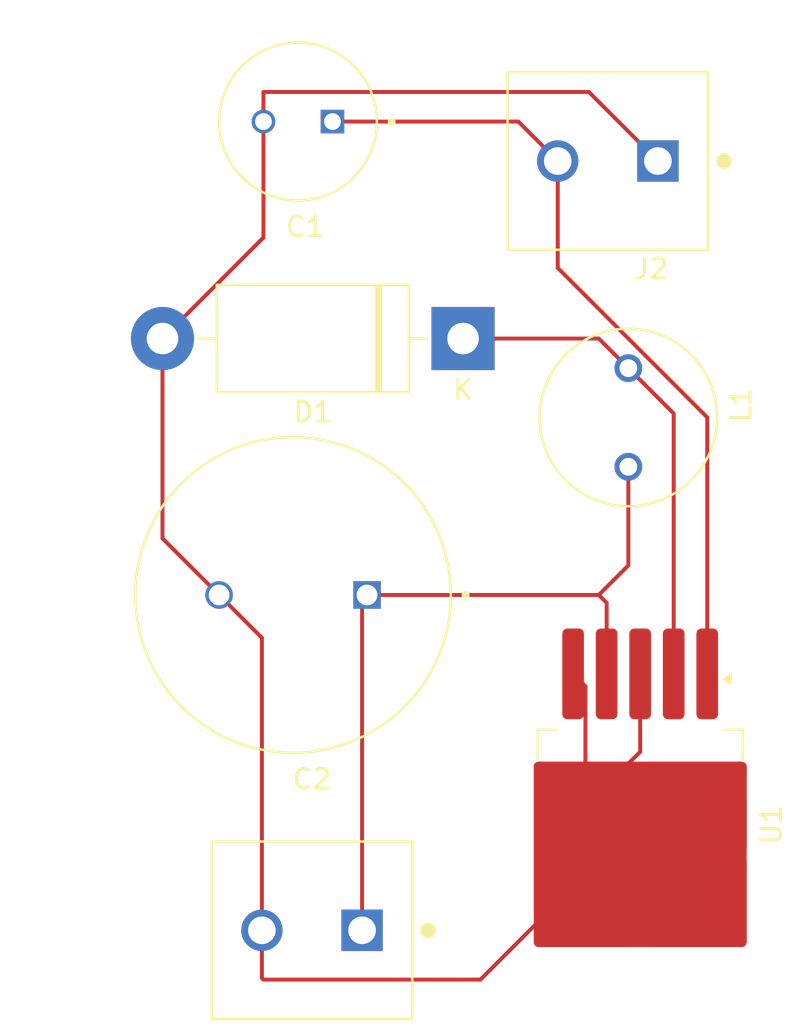
<source format=kicad_pcb>
(kicad_pcb (version 20240108) (generator "pcbnew") (generator_version "8.0")
  (layers (0 "F.Cu" signal) (31 "B.Cu" signal) (34 "B.Paste" user) (35 "F.Paste" user) (36 "B.SilkS" user "B.Silkscreen") (37 "F.SilkS" user "F.Silkscreen") (38 "B.Mask" user) (39 "F.Mask" user) (44 "Edge.Cuts" user))
  (net 0 "")
  (net 1 "GNDREF")
  (net 2 "Net-(U1-VIN)")
  (net 3 "Net-(D1-K)")
  (net 4 "Net-(U1-FB)")
  (footprint "282841-2:TE_282841-2" (layer "F.Cu") (at 67.46 34.5 180)
    (property "Reference" "J2" (at -2.197155 -5.470375 0) (layer "F.SilkS") (effects (font (size 1.000984 1.000984))))
    (property "Value" "282841-2")
    (fp_line (start 5.08 4.5) (end 5.08 -4.5) (stroke (width 0.127)) (layer "F.SilkS"))
    (fp_line (start 5.08 -4.5) (end -5.08 -4.5) (stroke (width 0.127)) (layer "F.SilkS"))
    (fp_line (start -5.08 4.5) (end 5.08 4.5) (stroke (width 0.127)) (layer "F.SilkS"))
    (fp_line (start -5.08 -4.5) (end -5.08 4.5) (stroke (width 0.127)) (layer "F.SilkS"))
    (fp_circle (center -5.89 0) (end -5.69 0) (stroke (width 0.4)) (fill none) (layer "F.SilkS"))
    (pad "1" thru_hole rect (at -2.54 0 180) (size 2.1 2.1) (drill 1.4) (layers "*.Cu" "*.Mask") (net 1 "GNDREF"))
    (pad "2" thru_hole circle (at 2.54 0 180) (size 2.1 2.1) (drill 1.4) (layers "*.Cu" "*.Mask") (net 2 "Net-(U1-VIN)"))
  )
  (footprint "Diode_THT:D_DO-201AD_P15.24mm_Horizontal" (layer "F.Cu") (at 60.12 43.5 180)
    (property "Reference" "D1" (at 7.62 -3.72 0) (layer "F.SilkS"))
    (property "Value" "1N5822")
    (fp_line (start 13.4 0) (end 12.49 0) (stroke (width 0.12)) (layer "F.SilkS"))
    (fp_line (start 12.49 2.72) (end 12.49 -2.72) (stroke (width 0.12)) (layer "F.SilkS"))
    (fp_line (start 12.49 -2.72) (end 2.75 -2.72) (stroke (width 0.12)) (layer "F.SilkS"))
    (fp_line (start 4.415 -2.72) (end 4.415 2.72) (stroke (width 0.12)) (layer "F.SilkS"))
    (fp_line (start 4.295 -2.72) (end 4.295 2.72) (stroke (width 0.12)) (layer "F.SilkS"))
    (fp_line (start 4.175 -2.72) (end 4.175 2.72) (stroke (width 0.12)) (layer "F.SilkS"))
    (fp_line (start 2.75 2.72) (end 12.49 2.72) (stroke (width 0.12)) (layer "F.SilkS"))
    (fp_line (start 2.75 -2.72) (end 2.75 2.72) (stroke (width 0.12)) (layer "F.SilkS"))
    (fp_line (start 1.84 0) (end 2.75 0) (stroke (width 0.12)) (layer "F.SilkS"))
    (fp_text user "K" (at 0 -2.6 0) (layer "F.SilkS"))
    (pad "1" thru_hole rect (at 0 0 180) (size 3.2 3.2) (drill 1.6) (layers "*.Cu" "*.Mask") (net 3 "Net-(D1-K)"))
    (pad "2" thru_hole oval (at 15.24 0 180) (size 3.2 3.2) (drill 1.6) (layers "*.Cu" "*.Mask") (net 1 "GNDREF"))
  )
  (footprint "RLB9012-101KL:IND_RLB9012-101KL" (layer "F.Cu") (at 68.5 47.5 -90)
    (property "Reference" "L1" (at -0.635 -5.715 90) (layer "F.SilkS"))
    (property "Value" "RLB9012-101KL")
    (fp_circle (center 0 0) (end 4.5 0) (stroke (width 0.127)) (fill none) (layer "F.SilkS"))
    (pad "1" thru_hole circle (at -2.5 0 270) (size 1.408 1.408) (drill 0.9) (layers "*.Cu" "*.Mask") (net 3 "Net-(D1-K)"))
    (pad "2" thru_hole circle (at 2.5 0 270) (size 1.408 1.408) (drill 0.9) (layers "*.Cu" "*.Mask") (net 4 "Net-(U1-FB)"))
  )
  (footprint "EEUTA1V102:CAPPRD750W80D1600H2500" (layer "F.Cu") (at 51.5 56.5 180)
    (property "Reference" "C2" (at -0.95 -9.335 0) (layer "F.SilkS"))
    (property "Value" "EEUTA1V102")
    (fp_circle (center 0 0) (end 8 0) (stroke (width 0.127)) (fill none) (layer "F.SilkS"))
    (fp_circle (center -8.75 0) (end -8.65 0) (stroke (width 0.2)) (fill none) (layer "F.SilkS"))
    (pad "N" thru_hole circle (at 3.75 0 180) (size 1.4 1.4) (drill 1.05) (layers "*.Cu" "*.Mask") (net 1 "GNDREF"))
    (pad "P" thru_hole rect (at -3.75 0 180) (size 1.4 1.4) (drill 1.05) (layers "*.Cu" "*.Mask") (net 4 "Net-(U1-FB)"))
  )
  (footprint "282841-2:TE_282841-2" (layer "F.Cu") (at 52.46 73.5 180)
    (property "Reference" "J1" (hide yes))
    (property "Value" "282841-2")
    (fp_line (start 5.08 4.5) (end 5.08 -4.5) (stroke (width 0.127)) (layer "F.SilkS"))
    (fp_line (start 5.08 -4.5) (end -5.08 -4.5) (stroke (width 0.127)) (layer "F.SilkS"))
    (fp_line (start -5.08 4.5) (end 5.08 4.5) (stroke (width 0.127)) (layer "F.SilkS"))
    (fp_line (start -5.08 -4.5) (end -5.08 4.5) (stroke (width 0.127)) (layer "F.SilkS"))
    (fp_circle (center -5.89 0) (end -5.69 0) (stroke (width 0.4)) (fill none) (layer "F.SilkS"))
    (pad "1" thru_hole rect (at -2.54 0 180) (size 2.1 2.1) (drill 1.4) (layers "*.Cu" "*.Mask") (net 4 "Net-(U1-FB)"))
    (pad "2" thru_hole circle (at 2.54 0 180) (size 2.1 2.1) (drill 1.4) (layers "*.Cu" "*.Mask") (net 1 "GNDREF"))
  )
  (footprint "EEUFR1V101B:CAPPRD350W60D800H1150" (layer "F.Cu") (at 51.75 32.5 180)
    (property "Reference" "C1" (at -0.3667 -5.335 0) (layer "F.SilkS"))
    (property "Value" "EEUFR1V101B")
    (fp_circle (center 0 0) (end 4 0) (stroke (width 0.127)) (fill none) (layer "F.SilkS"))
    (fp_circle (center -4.75 0) (end -4.65 0) (stroke (width 0.2)) (fill none) (layer "F.SilkS"))
    (pad "N" thru_hole circle (at 1.75 0 180) (size 1.2 1.2) (drill 0.85) (layers "*.Cu" "*.Mask") (net 1 "GNDREF"))
    (pad "P" thru_hole rect (at -1.75 0 180) (size 1.2 1.2) (drill 0.85) (layers "*.Cu" "*.Mask") (net 2 "Net-(U1-VIN)"))
  )
  (footprint "Package_TO_SOT_SMD:TO-263-5_TabPin3" (layer "F.Cu") (at 69.1 68.15 -90)
    (property "Reference" "U1" (at 0 -6.65 90) (layer "F.SilkS"))
    (property "Value" "LM2576HVS-5")
    (fp_line (start -4.825 5.2) (end -4.825 4.25) (stroke (width 0.12)) (layer "F.SilkS"))
    (fp_line (start -3.325 5.2) (end -4.825 5.2) (stroke (width 0.12)) (layer "F.SilkS"))
    (fp_line (start -4.825 -5.2) (end -4.825 -4.25) (stroke (width 0.12)) (layer "F.SilkS"))
    (fp_line (start -3.325 -5.2) (end -4.825 -5.2) (stroke (width 0.12)) (layer "F.SilkS"))
    (fp_poly (pts (xy -7.3875 -4.25) (xy -7.6275 -4.58) (xy -7.1475 -4.58) (xy -7.3875 -4.25)) (stroke (width 0.12)) (fill solid) (layer "F.SilkS"))
    (pad "1" smd roundrect (at -7.65 -3.4 270) (size 4.6 1.1) (layers "F.Cu" "F.Paste" "F.Mask") (roundrect_rratio 0.227273) (net 2 "Net-(U1-VIN)"))
    (pad "2" smd roundrect (at -7.65 -1.7 270) (size 4.6 1.1) (layers "F.Cu" "F.Paste" "F.Mask") (roundrect_rratio 0.227273) (net 3 "Net-(D1-K)"))
    (pad "3" smd roundrect (at -7.65 0 270) (size 4.6 1.1) (layers "F.Cu" "F.Paste" "F.Mask") (roundrect_rratio 0.227273) (net 1 "GNDREF"))
    (pad "3" smd roundrect (at -0.925 -2.775 270) (size 4.55 5.25) (layers "F.Cu" "F.Paste") (roundrect_rratio 0.054945) (net 1 "GNDREF"))
    (pad "3" smd roundrect (at -0.925 2.775 270) (size 4.55 5.25) (layers "F.Cu" "F.Paste") (roundrect_rratio 0.054945) (net 1 "GNDREF"))
    (pad "3" smd roundrect (at 1.5 0 270) (size 9.4 10.8) (layers "F.Cu" "F.Mask") (roundrect_rratio 0.026596) (net 1 "GNDREF"))
    (pad "3" smd roundrect (at 3.925 -2.775 270) (size 4.55 5.25) (layers "F.Cu" "F.Paste") (roundrect_rratio 0.054945) (net 1 "GNDREF"))
    (pad "3" smd roundrect (at 3.925 2.775 270) (size 4.55 5.25) (layers "F.Cu" "F.Paste") (roundrect_rratio 0.054945) (net 1 "GNDREF"))
    (pad "4" smd roundrect (at -7.65 1.7 270) (size 4.6 1.1) (layers "F.Cu" "F.Paste" "F.Mask") (roundrect_rratio 0.227273) (net 4 "Net-(U1-FB)"))
    (pad "5" smd roundrect (at -7.65 3.4 270) (size 4.6 1.1) (layers "F.Cu" "F.Paste" "F.Mask") (roundrect_rratio 0.227273) (net 1 "GNDREF"))
  )
  (segment (start 50 32.5) (end 50 38.38) (width 0.2) (layer "F.Cu") (net 1))
  (segment (start 61 76) (end 64.925 72.075) (width 0.2) (layer "F.Cu") (net 1))
  (segment (start 66.325 61.125) (end 65.7 60.5) (width 0.2) (layer "F.Cu") (net 1))
  (segment (start 50 31) (end 50 32.5) (width 0.2) (layer "F.Cu") (net 1))
  (segment (start 47.75 56.5) (end 49.92 58.67) (width 0.2) (layer "F.Cu") (net 1))
  (segment (start 49.92 58.67) (end 49.92 73.5) (width 0.2) (layer "F.Cu") (net 1))
  (segment (start 70 34.5) (end 66.5 31) (width 0.2) (layer "F.Cu") (net 1))
  (segment (start 49.92 73.5) (end 49.92 75.92) (width 0.2) (layer "F.Cu") (net 1))
  (segment (start 50 38.38) (end 44.88 43.5) (width 0.2) (layer "F.Cu") (net 1))
  (segment (start 66.5 31) (end 50 31) (width 0.2) (layer "F.Cu") (net 1))
  (segment (start 66.325 72.075) (end 66.325 67.225) (width 0.2) (layer "F.Cu") (net 1))
  (segment (start 50 76) (end 61 76) (width 0.2) (layer "F.Cu") (net 1))
  (segment (start 44.88 53.63) (end 47.75 56.5) (width 0.2) (layer "F.Cu") (net 1))
  (segment (start 66.325 67.225) (end 66.325 61.125) (width 0.2) (layer "F.Cu") (net 1))
  (segment (start 69.1 60.5) (end 69.1 64.45) (width 0.2) (layer "F.Cu") (net 1))
  (segment (start 64.925 72.075) (end 66.325 72.075) (width 0.2) (layer "F.Cu") (net 1))
  (segment (start 69.1 64.45) (end 66.325 67.225) (width 0.2) (layer "F.Cu") (net 1))
  (segment (start 49.92 75.92) (end 50 76) (width 0.2) (layer "F.Cu") (net 1))
  (segment (start 44.88 43.5) (end 44.88 53.63) (width 0.2) (layer "F.Cu") (net 1))
  (segment (start 72.5 47.5) (end 72.5 60.5) (width 0.2) (layer "F.Cu") (net 2))
  (segment (start 64.92 34.5) (end 64.92 39.92) (width 0.2) (layer "F.Cu") (net 2))
  (segment (start 53.5 32.5) (end 62.92 32.5) (width 0.2) (layer "F.Cu") (net 2))
  (segment (start 62.92 32.5) (end 64.92 34.5) (width 0.2) (layer "F.Cu") (net 2))
  (segment (start 64.92 39.92) (end 72.5 47.5) (width 0.2) (layer "F.Cu") (net 2))
  (segment (start 70.8 47.3) (end 70.8 60.5) (width 0.2) (layer "F.Cu") (net 3))
  (segment (start 67 43.5) (end 68.5 45) (width 0.2) (layer "F.Cu") (net 3))
  (segment (start 68.5 45) (end 70.8 47.3) (width 0.2) (layer "F.Cu") (net 3))
  (segment (start 60.12 43.5) (end 67 43.5) (width 0.2) (layer "F.Cu") (net 3))
  (segment (start 67 56.5) (end 67.4 56.9) (width 0.2) (layer "F.Cu") (net 4))
  (segment (start 67.4 56.9) (end 67.4 60.5) (width 0.2) (layer "F.Cu") (net 4))
  (segment (start 68.5 55) (end 67 56.5) (width 0.2) (layer "F.Cu") (net 4))
  (segment (start 55 73.5) (end 55 56.75) (width 0.2) (layer "F.Cu") (net 4))
  (segment (start 55.25 56.5) (end 67 56.5) (width 0.2) (layer "F.Cu") (net 4))
  (segment (start 55 56.75) (end 55.25 56.5) (width 0.2) (layer "F.Cu") (net 4))
  (segment (start 68.5 50) (end 68.5 55) (width 0.2) (layer "F.Cu") (net 4))
)
</source>
